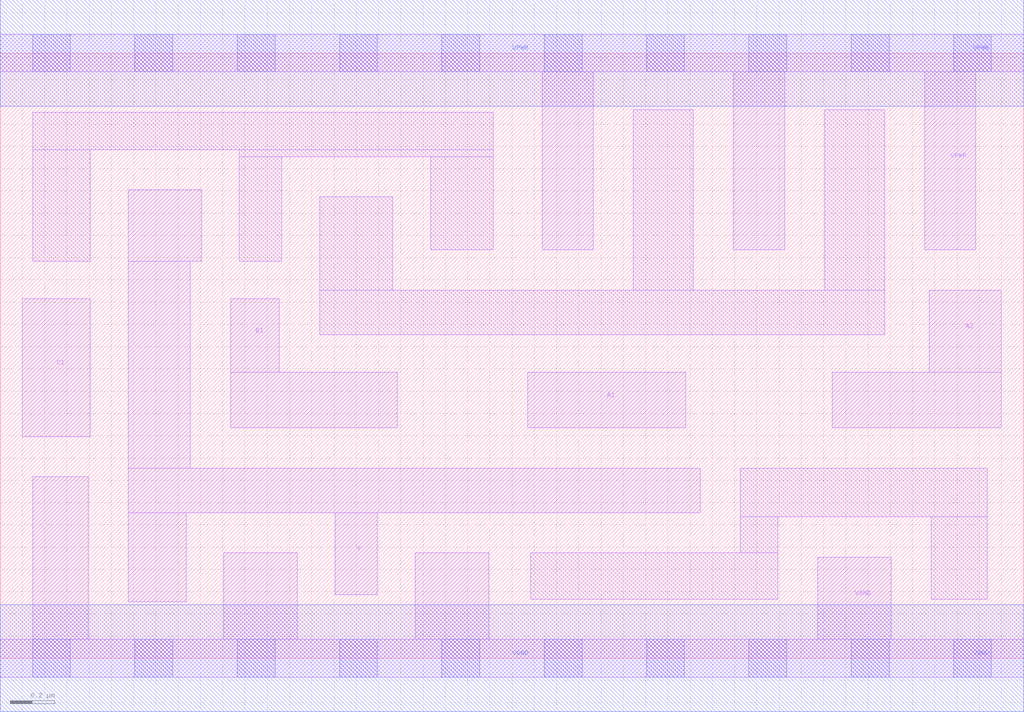
<source format=lef>
# Copyright 2020 The SkyWater PDK Authors
#
# Licensed under the Apache License, Version 2.0 (the "License");
# you may not use this file except in compliance with the License.
# You may obtain a copy of the License at
#
#     https://www.apache.org/licenses/LICENSE-2.0
#
# Unless required by applicable law or agreed to in writing, software
# distributed under the License is distributed on an "AS IS" BASIS,
# WITHOUT WARRANTIES OR CONDITIONS OF ANY KIND, either express or implied.
# See the License for the specific language governing permissions and
# limitations under the License.
#
# SPDX-License-Identifier: Apache-2.0

VERSION 5.7 ;
  NAMESCASESENSITIVE ON ;
  NOWIREEXTENSIONATPIN ON ;
  DIVIDERCHAR "/" ;
  BUSBITCHARS "[]" ;
UNITS
  DATABASE MICRONS 200 ;
END UNITS
MACRO sky130_fd_sc_hd__a211oi_2
  CLASS CORE ;
  SOURCE USER ;
  FOREIGN sky130_fd_sc_hd__a211oi_2 ;
  ORIGIN  0.000000  0.000000 ;
  SIZE  4.600000 BY  2.720000 ;
  SYMMETRY X Y R90 ;
  SITE unithd ;
  PIN A1
    ANTENNAGATEAREA  0.495000 ;
    DIRECTION INPUT ;
    USE SIGNAL ;
    PORT
      LAYER li1 ;
        RECT 2.370000 1.035000 3.080000 1.285000 ;
    END
  END A1
  PIN A2
    ANTENNAGATEAREA  0.495000 ;
    DIRECTION INPUT ;
    USE SIGNAL ;
    PORT
      LAYER li1 ;
        RECT 3.740000 1.035000 4.500000 1.285000 ;
        RECT 4.175000 1.285000 4.500000 1.655000 ;
    END
  END A2
  PIN B1
    ANTENNAGATEAREA  0.495000 ;
    DIRECTION INPUT ;
    USE SIGNAL ;
    PORT
      LAYER li1 ;
        RECT 1.035000 1.035000 1.785000 1.285000 ;
        RECT 1.035000 1.285000 1.255000 1.615000 ;
    END
  END B1
  PIN C1
    ANTENNAGATEAREA  0.495000 ;
    DIRECTION INPUT ;
    USE SIGNAL ;
    PORT
      LAYER li1 ;
        RECT 0.100000 0.995000 0.405000 1.615000 ;
    END
  END C1
  PIN Y
    ANTENNADIFFAREA  0.826000 ;
    DIRECTION OUTPUT ;
    USE SIGNAL ;
    PORT
      LAYER li1 ;
        RECT 0.575000 0.255000 0.835000 0.655000 ;
        RECT 0.575000 0.655000 3.145000 0.855000 ;
        RECT 0.575000 0.855000 0.855000 1.785000 ;
        RECT 0.575000 1.785000 0.905000 2.105000 ;
        RECT 1.505000 0.285000 1.695000 0.655000 ;
    END
  END Y
  PIN VGND
    DIRECTION INOUT ;
    SHAPE ABUTMENT ;
    USE GROUND ;
    PORT
      LAYER li1 ;
        RECT 0.000000 -0.085000 4.600000 0.085000 ;
        RECT 0.145000  0.085000 0.395000 0.815000 ;
        RECT 1.005000  0.085000 1.335000 0.475000 ;
        RECT 1.865000  0.085000 2.195000 0.475000 ;
        RECT 3.675000  0.085000 4.005000 0.455000 ;
      LAYER mcon ;
        RECT 0.145000 -0.085000 0.315000 0.085000 ;
        RECT 0.605000 -0.085000 0.775000 0.085000 ;
        RECT 1.065000 -0.085000 1.235000 0.085000 ;
        RECT 1.525000 -0.085000 1.695000 0.085000 ;
        RECT 1.985000 -0.085000 2.155000 0.085000 ;
        RECT 2.445000 -0.085000 2.615000 0.085000 ;
        RECT 2.905000 -0.085000 3.075000 0.085000 ;
        RECT 3.365000 -0.085000 3.535000 0.085000 ;
        RECT 3.825000 -0.085000 3.995000 0.085000 ;
        RECT 4.285000 -0.085000 4.455000 0.085000 ;
      LAYER met1 ;
        RECT 0.000000 -0.240000 4.600000 0.240000 ;
    END
  END VGND
  PIN VPWR
    DIRECTION INOUT ;
    SHAPE ABUTMENT ;
    USE POWER ;
    PORT
      LAYER li1 ;
        RECT 0.000000 2.635000 4.600000 2.805000 ;
        RECT 2.435000 1.835000 2.665000 2.635000 ;
        RECT 3.295000 1.835000 3.525000 2.635000 ;
        RECT 4.155000 1.835000 4.385000 2.635000 ;
      LAYER mcon ;
        RECT 0.145000 2.635000 0.315000 2.805000 ;
        RECT 0.605000 2.635000 0.775000 2.805000 ;
        RECT 1.065000 2.635000 1.235000 2.805000 ;
        RECT 1.525000 2.635000 1.695000 2.805000 ;
        RECT 1.985000 2.635000 2.155000 2.805000 ;
        RECT 2.445000 2.635000 2.615000 2.805000 ;
        RECT 2.905000 2.635000 3.075000 2.805000 ;
        RECT 3.365000 2.635000 3.535000 2.805000 ;
        RECT 3.825000 2.635000 3.995000 2.805000 ;
        RECT 4.285000 2.635000 4.455000 2.805000 ;
      LAYER met1 ;
        RECT 0.000000 2.480000 4.600000 2.960000 ;
    END
  END VPWR
  OBS
    LAYER li1 ;
      RECT 0.145000 1.785000 0.405000 2.285000 ;
      RECT 0.145000 2.285000 2.215000 2.455000 ;
      RECT 1.075000 1.785000 1.265000 2.255000 ;
      RECT 1.075000 2.255000 2.215000 2.285000 ;
      RECT 1.435000 1.455000 3.975000 1.655000 ;
      RECT 1.435000 1.655000 1.765000 2.075000 ;
      RECT 1.935000 1.835000 2.215000 2.255000 ;
      RECT 2.385000 0.265000 3.495000 0.475000 ;
      RECT 2.845000 1.655000 3.115000 2.465000 ;
      RECT 3.325000 0.475000 3.495000 0.635000 ;
      RECT 3.325000 0.635000 4.435000 0.855000 ;
      RECT 3.705000 1.655000 3.975000 2.465000 ;
      RECT 4.185000 0.265000 4.435000 0.635000 ;
  END
END sky130_fd_sc_hd__a211oi_2

</source>
